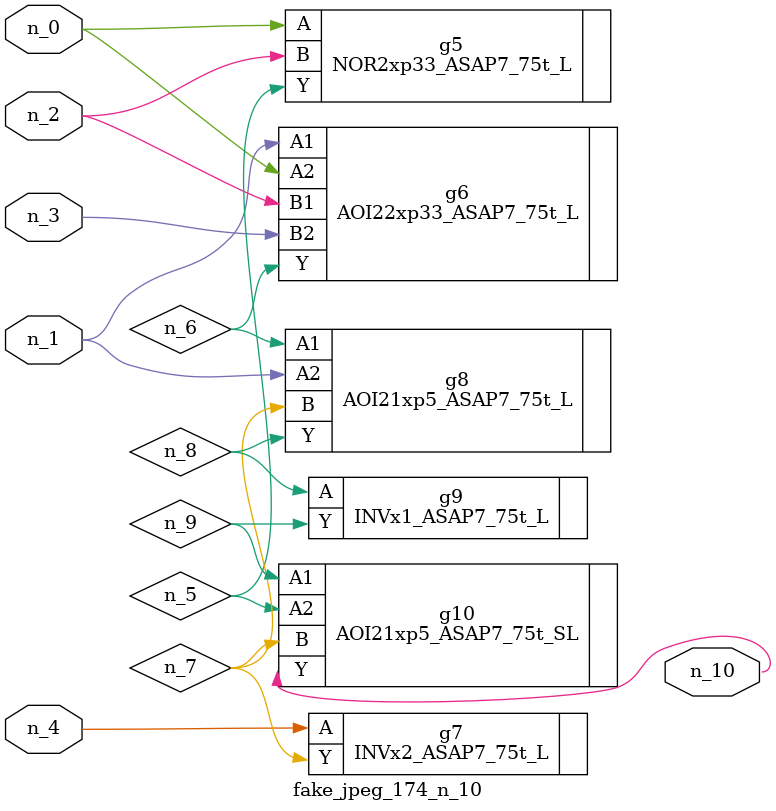
<source format=v>
module fake_jpeg_174_n_10 (n_3, n_2, n_1, n_0, n_4, n_10);

input n_3;
input n_2;
input n_1;
input n_0;
input n_4;

output n_10;

wire n_8;
wire n_9;
wire n_6;
wire n_5;
wire n_7;

NOR2xp33_ASAP7_75t_L g5 ( 
.A(n_0),
.B(n_2),
.Y(n_5)
);

AOI22xp33_ASAP7_75t_L g6 ( 
.A1(n_1),
.A2(n_0),
.B1(n_2),
.B2(n_3),
.Y(n_6)
);

INVx2_ASAP7_75t_L g7 ( 
.A(n_4),
.Y(n_7)
);

AOI21xp5_ASAP7_75t_L g8 ( 
.A1(n_6),
.A2(n_1),
.B(n_7),
.Y(n_8)
);

INVx1_ASAP7_75t_L g9 ( 
.A(n_8),
.Y(n_9)
);

AOI21xp5_ASAP7_75t_SL g10 ( 
.A1(n_9),
.A2(n_5),
.B(n_7),
.Y(n_10)
);


endmodule
</source>
